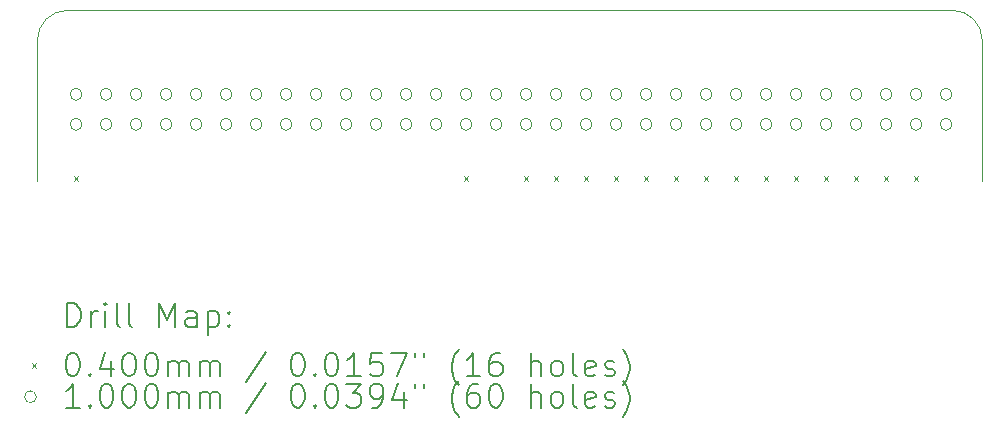
<source format=gbr>
%TF.GenerationSoftware,KiCad,Pcbnew,7.0.3*%
%TF.CreationDate,2023-05-28T21:57:23+08:00*%
%TF.ProjectId,CartdrigeProto,43617274-6472-4696-9765-50726f746f2e,rev?*%
%TF.SameCoordinates,Original*%
%TF.FileFunction,Drillmap*%
%TF.FilePolarity,Positive*%
%FSLAX45Y45*%
G04 Gerber Fmt 4.5, Leading zero omitted, Abs format (unit mm)*
G04 Created by KiCad (PCBNEW 7.0.3) date 2023-05-28 21:57:23*
%MOMM*%
%LPD*%
G01*
G04 APERTURE LIST*
%ADD10C,0.100000*%
%ADD11C,0.200000*%
%ADD12C,0.040000*%
G04 APERTURE END LIST*
D10*
X15163800Y-8661400D02*
X15165605Y-7467600D01*
X7418605Y-7213605D02*
G75*
G03*
X7164605Y-7467600I-5J-253995D01*
G01*
X14911605Y-7213600D02*
X7418605Y-7213600D01*
X15165610Y-7467600D02*
G75*
G03*
X14911605Y-7213600I-253990J10D01*
G01*
X7164605Y-7467600D02*
X7162800Y-8661400D01*
D11*
D12*
X7473000Y-8616000D02*
X7513000Y-8656000D01*
X7513000Y-8616000D02*
X7473000Y-8656000D01*
X10775000Y-8616000D02*
X10815000Y-8656000D01*
X10815000Y-8616000D02*
X10775000Y-8656000D01*
X11283000Y-8616000D02*
X11323000Y-8656000D01*
X11323000Y-8616000D02*
X11283000Y-8656000D01*
X11537000Y-8616000D02*
X11577000Y-8656000D01*
X11577000Y-8616000D02*
X11537000Y-8656000D01*
X11791000Y-8616000D02*
X11831000Y-8656000D01*
X11831000Y-8616000D02*
X11791000Y-8656000D01*
X12045000Y-8616000D02*
X12085000Y-8656000D01*
X12085000Y-8616000D02*
X12045000Y-8656000D01*
X12299000Y-8616000D02*
X12339000Y-8656000D01*
X12339000Y-8616000D02*
X12299000Y-8656000D01*
X12553000Y-8616000D02*
X12593000Y-8656000D01*
X12593000Y-8616000D02*
X12553000Y-8656000D01*
X12807000Y-8616000D02*
X12847000Y-8656000D01*
X12847000Y-8616000D02*
X12807000Y-8656000D01*
X13061000Y-8616000D02*
X13101000Y-8656000D01*
X13101000Y-8616000D02*
X13061000Y-8656000D01*
X13315000Y-8616000D02*
X13355000Y-8656000D01*
X13355000Y-8616000D02*
X13315000Y-8656000D01*
X13569000Y-8616000D02*
X13609000Y-8656000D01*
X13609000Y-8616000D02*
X13569000Y-8656000D01*
X13823000Y-8616000D02*
X13863000Y-8656000D01*
X13863000Y-8616000D02*
X13823000Y-8656000D01*
X14077000Y-8616000D02*
X14117000Y-8656000D01*
X14117000Y-8616000D02*
X14077000Y-8656000D01*
X14331000Y-8616000D02*
X14371000Y-8656000D01*
X14371000Y-8616000D02*
X14331000Y-8656000D01*
X14585000Y-8616000D02*
X14625000Y-8656000D01*
X14625000Y-8616000D02*
X14585000Y-8656000D01*
D10*
X7543000Y-7924800D02*
G75*
G03*
X7543000Y-7924800I-50000J0D01*
G01*
X7543000Y-8178800D02*
G75*
G03*
X7543000Y-8178800I-50000J0D01*
G01*
X7797000Y-7924800D02*
G75*
G03*
X7797000Y-7924800I-50000J0D01*
G01*
X7797000Y-8178800D02*
G75*
G03*
X7797000Y-8178800I-50000J0D01*
G01*
X8051000Y-7924800D02*
G75*
G03*
X8051000Y-7924800I-50000J0D01*
G01*
X8051000Y-8178800D02*
G75*
G03*
X8051000Y-8178800I-50000J0D01*
G01*
X8305000Y-7924800D02*
G75*
G03*
X8305000Y-7924800I-50000J0D01*
G01*
X8305000Y-8178800D02*
G75*
G03*
X8305000Y-8178800I-50000J0D01*
G01*
X8559000Y-7924800D02*
G75*
G03*
X8559000Y-7924800I-50000J0D01*
G01*
X8559000Y-8178800D02*
G75*
G03*
X8559000Y-8178800I-50000J0D01*
G01*
X8813000Y-7924800D02*
G75*
G03*
X8813000Y-7924800I-50000J0D01*
G01*
X8813000Y-8178800D02*
G75*
G03*
X8813000Y-8178800I-50000J0D01*
G01*
X9067000Y-7924800D02*
G75*
G03*
X9067000Y-7924800I-50000J0D01*
G01*
X9067000Y-8178800D02*
G75*
G03*
X9067000Y-8178800I-50000J0D01*
G01*
X9321000Y-7924800D02*
G75*
G03*
X9321000Y-7924800I-50000J0D01*
G01*
X9321000Y-8178800D02*
G75*
G03*
X9321000Y-8178800I-50000J0D01*
G01*
X9575000Y-7924800D02*
G75*
G03*
X9575000Y-7924800I-50000J0D01*
G01*
X9575000Y-8178800D02*
G75*
G03*
X9575000Y-8178800I-50000J0D01*
G01*
X9829000Y-7924800D02*
G75*
G03*
X9829000Y-7924800I-50000J0D01*
G01*
X9829000Y-8178800D02*
G75*
G03*
X9829000Y-8178800I-50000J0D01*
G01*
X10083000Y-7924800D02*
G75*
G03*
X10083000Y-7924800I-50000J0D01*
G01*
X10083000Y-8178800D02*
G75*
G03*
X10083000Y-8178800I-50000J0D01*
G01*
X10337000Y-7924800D02*
G75*
G03*
X10337000Y-7924800I-50000J0D01*
G01*
X10337000Y-8178800D02*
G75*
G03*
X10337000Y-8178800I-50000J0D01*
G01*
X10591000Y-7924800D02*
G75*
G03*
X10591000Y-7924800I-50000J0D01*
G01*
X10591000Y-8178800D02*
G75*
G03*
X10591000Y-8178800I-50000J0D01*
G01*
X10845000Y-7924800D02*
G75*
G03*
X10845000Y-7924800I-50000J0D01*
G01*
X10845000Y-8178800D02*
G75*
G03*
X10845000Y-8178800I-50000J0D01*
G01*
X11099000Y-7924800D02*
G75*
G03*
X11099000Y-7924800I-50000J0D01*
G01*
X11099000Y-8178800D02*
G75*
G03*
X11099000Y-8178800I-50000J0D01*
G01*
X11353000Y-7924800D02*
G75*
G03*
X11353000Y-7924800I-50000J0D01*
G01*
X11353000Y-8178800D02*
G75*
G03*
X11353000Y-8178800I-50000J0D01*
G01*
X11607000Y-7924800D02*
G75*
G03*
X11607000Y-7924800I-50000J0D01*
G01*
X11607000Y-8178800D02*
G75*
G03*
X11607000Y-8178800I-50000J0D01*
G01*
X11861000Y-7924800D02*
G75*
G03*
X11861000Y-7924800I-50000J0D01*
G01*
X11861000Y-8178800D02*
G75*
G03*
X11861000Y-8178800I-50000J0D01*
G01*
X12115000Y-7924800D02*
G75*
G03*
X12115000Y-7924800I-50000J0D01*
G01*
X12115000Y-8178800D02*
G75*
G03*
X12115000Y-8178800I-50000J0D01*
G01*
X12369000Y-7924800D02*
G75*
G03*
X12369000Y-7924800I-50000J0D01*
G01*
X12369000Y-8178800D02*
G75*
G03*
X12369000Y-8178800I-50000J0D01*
G01*
X12623000Y-7924800D02*
G75*
G03*
X12623000Y-7924800I-50000J0D01*
G01*
X12623000Y-8178800D02*
G75*
G03*
X12623000Y-8178800I-50000J0D01*
G01*
X12877000Y-7924800D02*
G75*
G03*
X12877000Y-7924800I-50000J0D01*
G01*
X12877000Y-8178800D02*
G75*
G03*
X12877000Y-8178800I-50000J0D01*
G01*
X13131000Y-7924800D02*
G75*
G03*
X13131000Y-7924800I-50000J0D01*
G01*
X13131000Y-8178800D02*
G75*
G03*
X13131000Y-8178800I-50000J0D01*
G01*
X13385000Y-7924800D02*
G75*
G03*
X13385000Y-7924800I-50000J0D01*
G01*
X13385000Y-8178800D02*
G75*
G03*
X13385000Y-8178800I-50000J0D01*
G01*
X13639000Y-7924800D02*
G75*
G03*
X13639000Y-7924800I-50000J0D01*
G01*
X13639000Y-8178800D02*
G75*
G03*
X13639000Y-8178800I-50000J0D01*
G01*
X13893000Y-7924800D02*
G75*
G03*
X13893000Y-7924800I-50000J0D01*
G01*
X13893000Y-8178800D02*
G75*
G03*
X13893000Y-8178800I-50000J0D01*
G01*
X14147000Y-7924800D02*
G75*
G03*
X14147000Y-7924800I-50000J0D01*
G01*
X14147000Y-8178800D02*
G75*
G03*
X14147000Y-8178800I-50000J0D01*
G01*
X14401000Y-7924800D02*
G75*
G03*
X14401000Y-7924800I-50000J0D01*
G01*
X14401000Y-8178800D02*
G75*
G03*
X14401000Y-8178800I-50000J0D01*
G01*
X14655000Y-7924800D02*
G75*
G03*
X14655000Y-7924800I-50000J0D01*
G01*
X14655000Y-8178800D02*
G75*
G03*
X14655000Y-8178800I-50000J0D01*
G01*
X14909000Y-7924800D02*
G75*
G03*
X14909000Y-7924800I-50000J0D01*
G01*
X14909000Y-8178800D02*
G75*
G03*
X14909000Y-8178800I-50000J0D01*
G01*
D11*
X7417577Y-9893284D02*
X7417577Y-9693284D01*
X7417577Y-9693284D02*
X7465196Y-9693284D01*
X7465196Y-9693284D02*
X7493767Y-9702808D01*
X7493767Y-9702808D02*
X7512815Y-9721855D01*
X7512815Y-9721855D02*
X7522339Y-9740903D01*
X7522339Y-9740903D02*
X7531862Y-9778998D01*
X7531862Y-9778998D02*
X7531862Y-9807570D01*
X7531862Y-9807570D02*
X7522339Y-9845665D01*
X7522339Y-9845665D02*
X7512815Y-9864712D01*
X7512815Y-9864712D02*
X7493767Y-9883760D01*
X7493767Y-9883760D02*
X7465196Y-9893284D01*
X7465196Y-9893284D02*
X7417577Y-9893284D01*
X7617577Y-9893284D02*
X7617577Y-9759950D01*
X7617577Y-9798046D02*
X7627101Y-9778998D01*
X7627101Y-9778998D02*
X7636624Y-9769474D01*
X7636624Y-9769474D02*
X7655672Y-9759950D01*
X7655672Y-9759950D02*
X7674720Y-9759950D01*
X7741386Y-9893284D02*
X7741386Y-9759950D01*
X7741386Y-9693284D02*
X7731862Y-9702808D01*
X7731862Y-9702808D02*
X7741386Y-9712331D01*
X7741386Y-9712331D02*
X7750910Y-9702808D01*
X7750910Y-9702808D02*
X7741386Y-9693284D01*
X7741386Y-9693284D02*
X7741386Y-9712331D01*
X7865196Y-9893284D02*
X7846148Y-9883760D01*
X7846148Y-9883760D02*
X7836624Y-9864712D01*
X7836624Y-9864712D02*
X7836624Y-9693284D01*
X7969958Y-9893284D02*
X7950910Y-9883760D01*
X7950910Y-9883760D02*
X7941386Y-9864712D01*
X7941386Y-9864712D02*
X7941386Y-9693284D01*
X8198529Y-9893284D02*
X8198529Y-9693284D01*
X8198529Y-9693284D02*
X8265196Y-9836141D01*
X8265196Y-9836141D02*
X8331862Y-9693284D01*
X8331862Y-9693284D02*
X8331862Y-9893284D01*
X8512815Y-9893284D02*
X8512815Y-9788522D01*
X8512815Y-9788522D02*
X8503291Y-9769474D01*
X8503291Y-9769474D02*
X8484244Y-9759950D01*
X8484244Y-9759950D02*
X8446148Y-9759950D01*
X8446148Y-9759950D02*
X8427101Y-9769474D01*
X8512815Y-9883760D02*
X8493767Y-9893284D01*
X8493767Y-9893284D02*
X8446148Y-9893284D01*
X8446148Y-9893284D02*
X8427101Y-9883760D01*
X8427101Y-9883760D02*
X8417577Y-9864712D01*
X8417577Y-9864712D02*
X8417577Y-9845665D01*
X8417577Y-9845665D02*
X8427101Y-9826617D01*
X8427101Y-9826617D02*
X8446148Y-9817093D01*
X8446148Y-9817093D02*
X8493767Y-9817093D01*
X8493767Y-9817093D02*
X8512815Y-9807570D01*
X8608053Y-9759950D02*
X8608053Y-9959950D01*
X8608053Y-9769474D02*
X8627101Y-9759950D01*
X8627101Y-9759950D02*
X8665196Y-9759950D01*
X8665196Y-9759950D02*
X8684244Y-9769474D01*
X8684244Y-9769474D02*
X8693767Y-9778998D01*
X8693767Y-9778998D02*
X8703291Y-9798046D01*
X8703291Y-9798046D02*
X8703291Y-9855189D01*
X8703291Y-9855189D02*
X8693767Y-9874236D01*
X8693767Y-9874236D02*
X8684244Y-9883760D01*
X8684244Y-9883760D02*
X8665196Y-9893284D01*
X8665196Y-9893284D02*
X8627101Y-9893284D01*
X8627101Y-9893284D02*
X8608053Y-9883760D01*
X8789005Y-9874236D02*
X8798529Y-9883760D01*
X8798529Y-9883760D02*
X8789005Y-9893284D01*
X8789005Y-9893284D02*
X8779482Y-9883760D01*
X8779482Y-9883760D02*
X8789005Y-9874236D01*
X8789005Y-9874236D02*
X8789005Y-9893284D01*
X8789005Y-9769474D02*
X8798529Y-9778998D01*
X8798529Y-9778998D02*
X8789005Y-9788522D01*
X8789005Y-9788522D02*
X8779482Y-9778998D01*
X8779482Y-9778998D02*
X8789005Y-9769474D01*
X8789005Y-9769474D02*
X8789005Y-9788522D01*
D12*
X7116800Y-10201800D02*
X7156800Y-10241800D01*
X7156800Y-10201800D02*
X7116800Y-10241800D01*
D11*
X7455672Y-10113284D02*
X7474720Y-10113284D01*
X7474720Y-10113284D02*
X7493767Y-10122808D01*
X7493767Y-10122808D02*
X7503291Y-10132331D01*
X7503291Y-10132331D02*
X7512815Y-10151379D01*
X7512815Y-10151379D02*
X7522339Y-10189474D01*
X7522339Y-10189474D02*
X7522339Y-10237093D01*
X7522339Y-10237093D02*
X7512815Y-10275189D01*
X7512815Y-10275189D02*
X7503291Y-10294236D01*
X7503291Y-10294236D02*
X7493767Y-10303760D01*
X7493767Y-10303760D02*
X7474720Y-10313284D01*
X7474720Y-10313284D02*
X7455672Y-10313284D01*
X7455672Y-10313284D02*
X7436624Y-10303760D01*
X7436624Y-10303760D02*
X7427101Y-10294236D01*
X7427101Y-10294236D02*
X7417577Y-10275189D01*
X7417577Y-10275189D02*
X7408053Y-10237093D01*
X7408053Y-10237093D02*
X7408053Y-10189474D01*
X7408053Y-10189474D02*
X7417577Y-10151379D01*
X7417577Y-10151379D02*
X7427101Y-10132331D01*
X7427101Y-10132331D02*
X7436624Y-10122808D01*
X7436624Y-10122808D02*
X7455672Y-10113284D01*
X7608053Y-10294236D02*
X7617577Y-10303760D01*
X7617577Y-10303760D02*
X7608053Y-10313284D01*
X7608053Y-10313284D02*
X7598529Y-10303760D01*
X7598529Y-10303760D02*
X7608053Y-10294236D01*
X7608053Y-10294236D02*
X7608053Y-10313284D01*
X7789005Y-10179950D02*
X7789005Y-10313284D01*
X7741386Y-10103760D02*
X7693767Y-10246617D01*
X7693767Y-10246617D02*
X7817577Y-10246617D01*
X7931862Y-10113284D02*
X7950910Y-10113284D01*
X7950910Y-10113284D02*
X7969958Y-10122808D01*
X7969958Y-10122808D02*
X7979482Y-10132331D01*
X7979482Y-10132331D02*
X7989005Y-10151379D01*
X7989005Y-10151379D02*
X7998529Y-10189474D01*
X7998529Y-10189474D02*
X7998529Y-10237093D01*
X7998529Y-10237093D02*
X7989005Y-10275189D01*
X7989005Y-10275189D02*
X7979482Y-10294236D01*
X7979482Y-10294236D02*
X7969958Y-10303760D01*
X7969958Y-10303760D02*
X7950910Y-10313284D01*
X7950910Y-10313284D02*
X7931862Y-10313284D01*
X7931862Y-10313284D02*
X7912815Y-10303760D01*
X7912815Y-10303760D02*
X7903291Y-10294236D01*
X7903291Y-10294236D02*
X7893767Y-10275189D01*
X7893767Y-10275189D02*
X7884243Y-10237093D01*
X7884243Y-10237093D02*
X7884243Y-10189474D01*
X7884243Y-10189474D02*
X7893767Y-10151379D01*
X7893767Y-10151379D02*
X7903291Y-10132331D01*
X7903291Y-10132331D02*
X7912815Y-10122808D01*
X7912815Y-10122808D02*
X7931862Y-10113284D01*
X8122339Y-10113284D02*
X8141386Y-10113284D01*
X8141386Y-10113284D02*
X8160434Y-10122808D01*
X8160434Y-10122808D02*
X8169958Y-10132331D01*
X8169958Y-10132331D02*
X8179482Y-10151379D01*
X8179482Y-10151379D02*
X8189005Y-10189474D01*
X8189005Y-10189474D02*
X8189005Y-10237093D01*
X8189005Y-10237093D02*
X8179482Y-10275189D01*
X8179482Y-10275189D02*
X8169958Y-10294236D01*
X8169958Y-10294236D02*
X8160434Y-10303760D01*
X8160434Y-10303760D02*
X8141386Y-10313284D01*
X8141386Y-10313284D02*
X8122339Y-10313284D01*
X8122339Y-10313284D02*
X8103291Y-10303760D01*
X8103291Y-10303760D02*
X8093767Y-10294236D01*
X8093767Y-10294236D02*
X8084243Y-10275189D01*
X8084243Y-10275189D02*
X8074720Y-10237093D01*
X8074720Y-10237093D02*
X8074720Y-10189474D01*
X8074720Y-10189474D02*
X8084243Y-10151379D01*
X8084243Y-10151379D02*
X8093767Y-10132331D01*
X8093767Y-10132331D02*
X8103291Y-10122808D01*
X8103291Y-10122808D02*
X8122339Y-10113284D01*
X8274720Y-10313284D02*
X8274720Y-10179950D01*
X8274720Y-10198998D02*
X8284243Y-10189474D01*
X8284243Y-10189474D02*
X8303291Y-10179950D01*
X8303291Y-10179950D02*
X8331863Y-10179950D01*
X8331863Y-10179950D02*
X8350910Y-10189474D01*
X8350910Y-10189474D02*
X8360434Y-10208522D01*
X8360434Y-10208522D02*
X8360434Y-10313284D01*
X8360434Y-10208522D02*
X8369958Y-10189474D01*
X8369958Y-10189474D02*
X8389005Y-10179950D01*
X8389005Y-10179950D02*
X8417577Y-10179950D01*
X8417577Y-10179950D02*
X8436625Y-10189474D01*
X8436625Y-10189474D02*
X8446148Y-10208522D01*
X8446148Y-10208522D02*
X8446148Y-10313284D01*
X8541386Y-10313284D02*
X8541386Y-10179950D01*
X8541386Y-10198998D02*
X8550910Y-10189474D01*
X8550910Y-10189474D02*
X8569958Y-10179950D01*
X8569958Y-10179950D02*
X8598529Y-10179950D01*
X8598529Y-10179950D02*
X8617577Y-10189474D01*
X8617577Y-10189474D02*
X8627101Y-10208522D01*
X8627101Y-10208522D02*
X8627101Y-10313284D01*
X8627101Y-10208522D02*
X8636625Y-10189474D01*
X8636625Y-10189474D02*
X8655672Y-10179950D01*
X8655672Y-10179950D02*
X8684244Y-10179950D01*
X8684244Y-10179950D02*
X8703291Y-10189474D01*
X8703291Y-10189474D02*
X8712815Y-10208522D01*
X8712815Y-10208522D02*
X8712815Y-10313284D01*
X9103291Y-10103760D02*
X8931863Y-10360903D01*
X9360434Y-10113284D02*
X9379482Y-10113284D01*
X9379482Y-10113284D02*
X9398529Y-10122808D01*
X9398529Y-10122808D02*
X9408053Y-10132331D01*
X9408053Y-10132331D02*
X9417577Y-10151379D01*
X9417577Y-10151379D02*
X9427101Y-10189474D01*
X9427101Y-10189474D02*
X9427101Y-10237093D01*
X9427101Y-10237093D02*
X9417577Y-10275189D01*
X9417577Y-10275189D02*
X9408053Y-10294236D01*
X9408053Y-10294236D02*
X9398529Y-10303760D01*
X9398529Y-10303760D02*
X9379482Y-10313284D01*
X9379482Y-10313284D02*
X9360434Y-10313284D01*
X9360434Y-10313284D02*
X9341387Y-10303760D01*
X9341387Y-10303760D02*
X9331863Y-10294236D01*
X9331863Y-10294236D02*
X9322339Y-10275189D01*
X9322339Y-10275189D02*
X9312815Y-10237093D01*
X9312815Y-10237093D02*
X9312815Y-10189474D01*
X9312815Y-10189474D02*
X9322339Y-10151379D01*
X9322339Y-10151379D02*
X9331863Y-10132331D01*
X9331863Y-10132331D02*
X9341387Y-10122808D01*
X9341387Y-10122808D02*
X9360434Y-10113284D01*
X9512815Y-10294236D02*
X9522339Y-10303760D01*
X9522339Y-10303760D02*
X9512815Y-10313284D01*
X9512815Y-10313284D02*
X9503291Y-10303760D01*
X9503291Y-10303760D02*
X9512815Y-10294236D01*
X9512815Y-10294236D02*
X9512815Y-10313284D01*
X9646148Y-10113284D02*
X9665196Y-10113284D01*
X9665196Y-10113284D02*
X9684244Y-10122808D01*
X9684244Y-10122808D02*
X9693768Y-10132331D01*
X9693768Y-10132331D02*
X9703291Y-10151379D01*
X9703291Y-10151379D02*
X9712815Y-10189474D01*
X9712815Y-10189474D02*
X9712815Y-10237093D01*
X9712815Y-10237093D02*
X9703291Y-10275189D01*
X9703291Y-10275189D02*
X9693768Y-10294236D01*
X9693768Y-10294236D02*
X9684244Y-10303760D01*
X9684244Y-10303760D02*
X9665196Y-10313284D01*
X9665196Y-10313284D02*
X9646148Y-10313284D01*
X9646148Y-10313284D02*
X9627101Y-10303760D01*
X9627101Y-10303760D02*
X9617577Y-10294236D01*
X9617577Y-10294236D02*
X9608053Y-10275189D01*
X9608053Y-10275189D02*
X9598529Y-10237093D01*
X9598529Y-10237093D02*
X9598529Y-10189474D01*
X9598529Y-10189474D02*
X9608053Y-10151379D01*
X9608053Y-10151379D02*
X9617577Y-10132331D01*
X9617577Y-10132331D02*
X9627101Y-10122808D01*
X9627101Y-10122808D02*
X9646148Y-10113284D01*
X9903291Y-10313284D02*
X9789006Y-10313284D01*
X9846148Y-10313284D02*
X9846148Y-10113284D01*
X9846148Y-10113284D02*
X9827101Y-10141855D01*
X9827101Y-10141855D02*
X9808053Y-10160903D01*
X9808053Y-10160903D02*
X9789006Y-10170427D01*
X10084244Y-10113284D02*
X9989006Y-10113284D01*
X9989006Y-10113284D02*
X9979482Y-10208522D01*
X9979482Y-10208522D02*
X9989006Y-10198998D01*
X9989006Y-10198998D02*
X10008053Y-10189474D01*
X10008053Y-10189474D02*
X10055672Y-10189474D01*
X10055672Y-10189474D02*
X10074720Y-10198998D01*
X10074720Y-10198998D02*
X10084244Y-10208522D01*
X10084244Y-10208522D02*
X10093768Y-10227570D01*
X10093768Y-10227570D02*
X10093768Y-10275189D01*
X10093768Y-10275189D02*
X10084244Y-10294236D01*
X10084244Y-10294236D02*
X10074720Y-10303760D01*
X10074720Y-10303760D02*
X10055672Y-10313284D01*
X10055672Y-10313284D02*
X10008053Y-10313284D01*
X10008053Y-10313284D02*
X9989006Y-10303760D01*
X9989006Y-10303760D02*
X9979482Y-10294236D01*
X10160434Y-10113284D02*
X10293768Y-10113284D01*
X10293768Y-10113284D02*
X10208053Y-10313284D01*
X10360434Y-10113284D02*
X10360434Y-10151379D01*
X10436625Y-10113284D02*
X10436625Y-10151379D01*
X10731863Y-10389474D02*
X10722339Y-10379950D01*
X10722339Y-10379950D02*
X10703291Y-10351379D01*
X10703291Y-10351379D02*
X10693768Y-10332331D01*
X10693768Y-10332331D02*
X10684244Y-10303760D01*
X10684244Y-10303760D02*
X10674720Y-10256141D01*
X10674720Y-10256141D02*
X10674720Y-10218046D01*
X10674720Y-10218046D02*
X10684244Y-10170427D01*
X10684244Y-10170427D02*
X10693768Y-10141855D01*
X10693768Y-10141855D02*
X10703291Y-10122808D01*
X10703291Y-10122808D02*
X10722339Y-10094236D01*
X10722339Y-10094236D02*
X10731863Y-10084712D01*
X10912815Y-10313284D02*
X10798530Y-10313284D01*
X10855672Y-10313284D02*
X10855672Y-10113284D01*
X10855672Y-10113284D02*
X10836625Y-10141855D01*
X10836625Y-10141855D02*
X10817577Y-10160903D01*
X10817577Y-10160903D02*
X10798530Y-10170427D01*
X11084244Y-10113284D02*
X11046149Y-10113284D01*
X11046149Y-10113284D02*
X11027101Y-10122808D01*
X11027101Y-10122808D02*
X11017577Y-10132331D01*
X11017577Y-10132331D02*
X10998530Y-10160903D01*
X10998530Y-10160903D02*
X10989006Y-10198998D01*
X10989006Y-10198998D02*
X10989006Y-10275189D01*
X10989006Y-10275189D02*
X10998530Y-10294236D01*
X10998530Y-10294236D02*
X11008053Y-10303760D01*
X11008053Y-10303760D02*
X11027101Y-10313284D01*
X11027101Y-10313284D02*
X11065196Y-10313284D01*
X11065196Y-10313284D02*
X11084244Y-10303760D01*
X11084244Y-10303760D02*
X11093768Y-10294236D01*
X11093768Y-10294236D02*
X11103291Y-10275189D01*
X11103291Y-10275189D02*
X11103291Y-10227570D01*
X11103291Y-10227570D02*
X11093768Y-10208522D01*
X11093768Y-10208522D02*
X11084244Y-10198998D01*
X11084244Y-10198998D02*
X11065196Y-10189474D01*
X11065196Y-10189474D02*
X11027101Y-10189474D01*
X11027101Y-10189474D02*
X11008053Y-10198998D01*
X11008053Y-10198998D02*
X10998530Y-10208522D01*
X10998530Y-10208522D02*
X10989006Y-10227570D01*
X11341387Y-10313284D02*
X11341387Y-10113284D01*
X11427101Y-10313284D02*
X11427101Y-10208522D01*
X11427101Y-10208522D02*
X11417577Y-10189474D01*
X11417577Y-10189474D02*
X11398530Y-10179950D01*
X11398530Y-10179950D02*
X11369958Y-10179950D01*
X11369958Y-10179950D02*
X11350910Y-10189474D01*
X11350910Y-10189474D02*
X11341387Y-10198998D01*
X11550910Y-10313284D02*
X11531863Y-10303760D01*
X11531863Y-10303760D02*
X11522339Y-10294236D01*
X11522339Y-10294236D02*
X11512815Y-10275189D01*
X11512815Y-10275189D02*
X11512815Y-10218046D01*
X11512815Y-10218046D02*
X11522339Y-10198998D01*
X11522339Y-10198998D02*
X11531863Y-10189474D01*
X11531863Y-10189474D02*
X11550910Y-10179950D01*
X11550910Y-10179950D02*
X11579482Y-10179950D01*
X11579482Y-10179950D02*
X11598530Y-10189474D01*
X11598530Y-10189474D02*
X11608053Y-10198998D01*
X11608053Y-10198998D02*
X11617577Y-10218046D01*
X11617577Y-10218046D02*
X11617577Y-10275189D01*
X11617577Y-10275189D02*
X11608053Y-10294236D01*
X11608053Y-10294236D02*
X11598530Y-10303760D01*
X11598530Y-10303760D02*
X11579482Y-10313284D01*
X11579482Y-10313284D02*
X11550910Y-10313284D01*
X11731863Y-10313284D02*
X11712815Y-10303760D01*
X11712815Y-10303760D02*
X11703291Y-10284712D01*
X11703291Y-10284712D02*
X11703291Y-10113284D01*
X11884244Y-10303760D02*
X11865196Y-10313284D01*
X11865196Y-10313284D02*
X11827101Y-10313284D01*
X11827101Y-10313284D02*
X11808053Y-10303760D01*
X11808053Y-10303760D02*
X11798530Y-10284712D01*
X11798530Y-10284712D02*
X11798530Y-10208522D01*
X11798530Y-10208522D02*
X11808053Y-10189474D01*
X11808053Y-10189474D02*
X11827101Y-10179950D01*
X11827101Y-10179950D02*
X11865196Y-10179950D01*
X11865196Y-10179950D02*
X11884244Y-10189474D01*
X11884244Y-10189474D02*
X11893768Y-10208522D01*
X11893768Y-10208522D02*
X11893768Y-10227570D01*
X11893768Y-10227570D02*
X11798530Y-10246617D01*
X11969958Y-10303760D02*
X11989006Y-10313284D01*
X11989006Y-10313284D02*
X12027101Y-10313284D01*
X12027101Y-10313284D02*
X12046149Y-10303760D01*
X12046149Y-10303760D02*
X12055672Y-10284712D01*
X12055672Y-10284712D02*
X12055672Y-10275189D01*
X12055672Y-10275189D02*
X12046149Y-10256141D01*
X12046149Y-10256141D02*
X12027101Y-10246617D01*
X12027101Y-10246617D02*
X11998530Y-10246617D01*
X11998530Y-10246617D02*
X11979482Y-10237093D01*
X11979482Y-10237093D02*
X11969958Y-10218046D01*
X11969958Y-10218046D02*
X11969958Y-10208522D01*
X11969958Y-10208522D02*
X11979482Y-10189474D01*
X11979482Y-10189474D02*
X11998530Y-10179950D01*
X11998530Y-10179950D02*
X12027101Y-10179950D01*
X12027101Y-10179950D02*
X12046149Y-10189474D01*
X12122339Y-10389474D02*
X12131863Y-10379950D01*
X12131863Y-10379950D02*
X12150911Y-10351379D01*
X12150911Y-10351379D02*
X12160434Y-10332331D01*
X12160434Y-10332331D02*
X12169958Y-10303760D01*
X12169958Y-10303760D02*
X12179482Y-10256141D01*
X12179482Y-10256141D02*
X12179482Y-10218046D01*
X12179482Y-10218046D02*
X12169958Y-10170427D01*
X12169958Y-10170427D02*
X12160434Y-10141855D01*
X12160434Y-10141855D02*
X12150911Y-10122808D01*
X12150911Y-10122808D02*
X12131863Y-10094236D01*
X12131863Y-10094236D02*
X12122339Y-10084712D01*
D10*
X7156800Y-10485800D02*
G75*
G03*
X7156800Y-10485800I-50000J0D01*
G01*
D11*
X7522339Y-10577284D02*
X7408053Y-10577284D01*
X7465196Y-10577284D02*
X7465196Y-10377284D01*
X7465196Y-10377284D02*
X7446148Y-10405855D01*
X7446148Y-10405855D02*
X7427101Y-10424903D01*
X7427101Y-10424903D02*
X7408053Y-10434427D01*
X7608053Y-10558236D02*
X7617577Y-10567760D01*
X7617577Y-10567760D02*
X7608053Y-10577284D01*
X7608053Y-10577284D02*
X7598529Y-10567760D01*
X7598529Y-10567760D02*
X7608053Y-10558236D01*
X7608053Y-10558236D02*
X7608053Y-10577284D01*
X7741386Y-10377284D02*
X7760434Y-10377284D01*
X7760434Y-10377284D02*
X7779482Y-10386808D01*
X7779482Y-10386808D02*
X7789005Y-10396331D01*
X7789005Y-10396331D02*
X7798529Y-10415379D01*
X7798529Y-10415379D02*
X7808053Y-10453474D01*
X7808053Y-10453474D02*
X7808053Y-10501093D01*
X7808053Y-10501093D02*
X7798529Y-10539189D01*
X7798529Y-10539189D02*
X7789005Y-10558236D01*
X7789005Y-10558236D02*
X7779482Y-10567760D01*
X7779482Y-10567760D02*
X7760434Y-10577284D01*
X7760434Y-10577284D02*
X7741386Y-10577284D01*
X7741386Y-10577284D02*
X7722339Y-10567760D01*
X7722339Y-10567760D02*
X7712815Y-10558236D01*
X7712815Y-10558236D02*
X7703291Y-10539189D01*
X7703291Y-10539189D02*
X7693767Y-10501093D01*
X7693767Y-10501093D02*
X7693767Y-10453474D01*
X7693767Y-10453474D02*
X7703291Y-10415379D01*
X7703291Y-10415379D02*
X7712815Y-10396331D01*
X7712815Y-10396331D02*
X7722339Y-10386808D01*
X7722339Y-10386808D02*
X7741386Y-10377284D01*
X7931862Y-10377284D02*
X7950910Y-10377284D01*
X7950910Y-10377284D02*
X7969958Y-10386808D01*
X7969958Y-10386808D02*
X7979482Y-10396331D01*
X7979482Y-10396331D02*
X7989005Y-10415379D01*
X7989005Y-10415379D02*
X7998529Y-10453474D01*
X7998529Y-10453474D02*
X7998529Y-10501093D01*
X7998529Y-10501093D02*
X7989005Y-10539189D01*
X7989005Y-10539189D02*
X7979482Y-10558236D01*
X7979482Y-10558236D02*
X7969958Y-10567760D01*
X7969958Y-10567760D02*
X7950910Y-10577284D01*
X7950910Y-10577284D02*
X7931862Y-10577284D01*
X7931862Y-10577284D02*
X7912815Y-10567760D01*
X7912815Y-10567760D02*
X7903291Y-10558236D01*
X7903291Y-10558236D02*
X7893767Y-10539189D01*
X7893767Y-10539189D02*
X7884243Y-10501093D01*
X7884243Y-10501093D02*
X7884243Y-10453474D01*
X7884243Y-10453474D02*
X7893767Y-10415379D01*
X7893767Y-10415379D02*
X7903291Y-10396331D01*
X7903291Y-10396331D02*
X7912815Y-10386808D01*
X7912815Y-10386808D02*
X7931862Y-10377284D01*
X8122339Y-10377284D02*
X8141386Y-10377284D01*
X8141386Y-10377284D02*
X8160434Y-10386808D01*
X8160434Y-10386808D02*
X8169958Y-10396331D01*
X8169958Y-10396331D02*
X8179482Y-10415379D01*
X8179482Y-10415379D02*
X8189005Y-10453474D01*
X8189005Y-10453474D02*
X8189005Y-10501093D01*
X8189005Y-10501093D02*
X8179482Y-10539189D01*
X8179482Y-10539189D02*
X8169958Y-10558236D01*
X8169958Y-10558236D02*
X8160434Y-10567760D01*
X8160434Y-10567760D02*
X8141386Y-10577284D01*
X8141386Y-10577284D02*
X8122339Y-10577284D01*
X8122339Y-10577284D02*
X8103291Y-10567760D01*
X8103291Y-10567760D02*
X8093767Y-10558236D01*
X8093767Y-10558236D02*
X8084243Y-10539189D01*
X8084243Y-10539189D02*
X8074720Y-10501093D01*
X8074720Y-10501093D02*
X8074720Y-10453474D01*
X8074720Y-10453474D02*
X8084243Y-10415379D01*
X8084243Y-10415379D02*
X8093767Y-10396331D01*
X8093767Y-10396331D02*
X8103291Y-10386808D01*
X8103291Y-10386808D02*
X8122339Y-10377284D01*
X8274720Y-10577284D02*
X8274720Y-10443950D01*
X8274720Y-10462998D02*
X8284243Y-10453474D01*
X8284243Y-10453474D02*
X8303291Y-10443950D01*
X8303291Y-10443950D02*
X8331863Y-10443950D01*
X8331863Y-10443950D02*
X8350910Y-10453474D01*
X8350910Y-10453474D02*
X8360434Y-10472522D01*
X8360434Y-10472522D02*
X8360434Y-10577284D01*
X8360434Y-10472522D02*
X8369958Y-10453474D01*
X8369958Y-10453474D02*
X8389005Y-10443950D01*
X8389005Y-10443950D02*
X8417577Y-10443950D01*
X8417577Y-10443950D02*
X8436625Y-10453474D01*
X8436625Y-10453474D02*
X8446148Y-10472522D01*
X8446148Y-10472522D02*
X8446148Y-10577284D01*
X8541386Y-10577284D02*
X8541386Y-10443950D01*
X8541386Y-10462998D02*
X8550910Y-10453474D01*
X8550910Y-10453474D02*
X8569958Y-10443950D01*
X8569958Y-10443950D02*
X8598529Y-10443950D01*
X8598529Y-10443950D02*
X8617577Y-10453474D01*
X8617577Y-10453474D02*
X8627101Y-10472522D01*
X8627101Y-10472522D02*
X8627101Y-10577284D01*
X8627101Y-10472522D02*
X8636625Y-10453474D01*
X8636625Y-10453474D02*
X8655672Y-10443950D01*
X8655672Y-10443950D02*
X8684244Y-10443950D01*
X8684244Y-10443950D02*
X8703291Y-10453474D01*
X8703291Y-10453474D02*
X8712815Y-10472522D01*
X8712815Y-10472522D02*
X8712815Y-10577284D01*
X9103291Y-10367760D02*
X8931863Y-10624903D01*
X9360434Y-10377284D02*
X9379482Y-10377284D01*
X9379482Y-10377284D02*
X9398529Y-10386808D01*
X9398529Y-10386808D02*
X9408053Y-10396331D01*
X9408053Y-10396331D02*
X9417577Y-10415379D01*
X9417577Y-10415379D02*
X9427101Y-10453474D01*
X9427101Y-10453474D02*
X9427101Y-10501093D01*
X9427101Y-10501093D02*
X9417577Y-10539189D01*
X9417577Y-10539189D02*
X9408053Y-10558236D01*
X9408053Y-10558236D02*
X9398529Y-10567760D01*
X9398529Y-10567760D02*
X9379482Y-10577284D01*
X9379482Y-10577284D02*
X9360434Y-10577284D01*
X9360434Y-10577284D02*
X9341387Y-10567760D01*
X9341387Y-10567760D02*
X9331863Y-10558236D01*
X9331863Y-10558236D02*
X9322339Y-10539189D01*
X9322339Y-10539189D02*
X9312815Y-10501093D01*
X9312815Y-10501093D02*
X9312815Y-10453474D01*
X9312815Y-10453474D02*
X9322339Y-10415379D01*
X9322339Y-10415379D02*
X9331863Y-10396331D01*
X9331863Y-10396331D02*
X9341387Y-10386808D01*
X9341387Y-10386808D02*
X9360434Y-10377284D01*
X9512815Y-10558236D02*
X9522339Y-10567760D01*
X9522339Y-10567760D02*
X9512815Y-10577284D01*
X9512815Y-10577284D02*
X9503291Y-10567760D01*
X9503291Y-10567760D02*
X9512815Y-10558236D01*
X9512815Y-10558236D02*
X9512815Y-10577284D01*
X9646148Y-10377284D02*
X9665196Y-10377284D01*
X9665196Y-10377284D02*
X9684244Y-10386808D01*
X9684244Y-10386808D02*
X9693768Y-10396331D01*
X9693768Y-10396331D02*
X9703291Y-10415379D01*
X9703291Y-10415379D02*
X9712815Y-10453474D01*
X9712815Y-10453474D02*
X9712815Y-10501093D01*
X9712815Y-10501093D02*
X9703291Y-10539189D01*
X9703291Y-10539189D02*
X9693768Y-10558236D01*
X9693768Y-10558236D02*
X9684244Y-10567760D01*
X9684244Y-10567760D02*
X9665196Y-10577284D01*
X9665196Y-10577284D02*
X9646148Y-10577284D01*
X9646148Y-10577284D02*
X9627101Y-10567760D01*
X9627101Y-10567760D02*
X9617577Y-10558236D01*
X9617577Y-10558236D02*
X9608053Y-10539189D01*
X9608053Y-10539189D02*
X9598529Y-10501093D01*
X9598529Y-10501093D02*
X9598529Y-10453474D01*
X9598529Y-10453474D02*
X9608053Y-10415379D01*
X9608053Y-10415379D02*
X9617577Y-10396331D01*
X9617577Y-10396331D02*
X9627101Y-10386808D01*
X9627101Y-10386808D02*
X9646148Y-10377284D01*
X9779482Y-10377284D02*
X9903291Y-10377284D01*
X9903291Y-10377284D02*
X9836625Y-10453474D01*
X9836625Y-10453474D02*
X9865196Y-10453474D01*
X9865196Y-10453474D02*
X9884244Y-10462998D01*
X9884244Y-10462998D02*
X9893768Y-10472522D01*
X9893768Y-10472522D02*
X9903291Y-10491570D01*
X9903291Y-10491570D02*
X9903291Y-10539189D01*
X9903291Y-10539189D02*
X9893768Y-10558236D01*
X9893768Y-10558236D02*
X9884244Y-10567760D01*
X9884244Y-10567760D02*
X9865196Y-10577284D01*
X9865196Y-10577284D02*
X9808053Y-10577284D01*
X9808053Y-10577284D02*
X9789006Y-10567760D01*
X9789006Y-10567760D02*
X9779482Y-10558236D01*
X9998529Y-10577284D02*
X10036625Y-10577284D01*
X10036625Y-10577284D02*
X10055672Y-10567760D01*
X10055672Y-10567760D02*
X10065196Y-10558236D01*
X10065196Y-10558236D02*
X10084244Y-10529665D01*
X10084244Y-10529665D02*
X10093768Y-10491570D01*
X10093768Y-10491570D02*
X10093768Y-10415379D01*
X10093768Y-10415379D02*
X10084244Y-10396331D01*
X10084244Y-10396331D02*
X10074720Y-10386808D01*
X10074720Y-10386808D02*
X10055672Y-10377284D01*
X10055672Y-10377284D02*
X10017577Y-10377284D01*
X10017577Y-10377284D02*
X9998529Y-10386808D01*
X9998529Y-10386808D02*
X9989006Y-10396331D01*
X9989006Y-10396331D02*
X9979482Y-10415379D01*
X9979482Y-10415379D02*
X9979482Y-10462998D01*
X9979482Y-10462998D02*
X9989006Y-10482046D01*
X9989006Y-10482046D02*
X9998529Y-10491570D01*
X9998529Y-10491570D02*
X10017577Y-10501093D01*
X10017577Y-10501093D02*
X10055672Y-10501093D01*
X10055672Y-10501093D02*
X10074720Y-10491570D01*
X10074720Y-10491570D02*
X10084244Y-10482046D01*
X10084244Y-10482046D02*
X10093768Y-10462998D01*
X10265196Y-10443950D02*
X10265196Y-10577284D01*
X10217577Y-10367760D02*
X10169958Y-10510617D01*
X10169958Y-10510617D02*
X10293768Y-10510617D01*
X10360434Y-10377284D02*
X10360434Y-10415379D01*
X10436625Y-10377284D02*
X10436625Y-10415379D01*
X10731863Y-10653474D02*
X10722339Y-10643950D01*
X10722339Y-10643950D02*
X10703291Y-10615379D01*
X10703291Y-10615379D02*
X10693768Y-10596331D01*
X10693768Y-10596331D02*
X10684244Y-10567760D01*
X10684244Y-10567760D02*
X10674720Y-10520141D01*
X10674720Y-10520141D02*
X10674720Y-10482046D01*
X10674720Y-10482046D02*
X10684244Y-10434427D01*
X10684244Y-10434427D02*
X10693768Y-10405855D01*
X10693768Y-10405855D02*
X10703291Y-10386808D01*
X10703291Y-10386808D02*
X10722339Y-10358236D01*
X10722339Y-10358236D02*
X10731863Y-10348712D01*
X10893768Y-10377284D02*
X10855672Y-10377284D01*
X10855672Y-10377284D02*
X10836625Y-10386808D01*
X10836625Y-10386808D02*
X10827101Y-10396331D01*
X10827101Y-10396331D02*
X10808053Y-10424903D01*
X10808053Y-10424903D02*
X10798530Y-10462998D01*
X10798530Y-10462998D02*
X10798530Y-10539189D01*
X10798530Y-10539189D02*
X10808053Y-10558236D01*
X10808053Y-10558236D02*
X10817577Y-10567760D01*
X10817577Y-10567760D02*
X10836625Y-10577284D01*
X10836625Y-10577284D02*
X10874720Y-10577284D01*
X10874720Y-10577284D02*
X10893768Y-10567760D01*
X10893768Y-10567760D02*
X10903291Y-10558236D01*
X10903291Y-10558236D02*
X10912815Y-10539189D01*
X10912815Y-10539189D02*
X10912815Y-10491570D01*
X10912815Y-10491570D02*
X10903291Y-10472522D01*
X10903291Y-10472522D02*
X10893768Y-10462998D01*
X10893768Y-10462998D02*
X10874720Y-10453474D01*
X10874720Y-10453474D02*
X10836625Y-10453474D01*
X10836625Y-10453474D02*
X10817577Y-10462998D01*
X10817577Y-10462998D02*
X10808053Y-10472522D01*
X10808053Y-10472522D02*
X10798530Y-10491570D01*
X11036625Y-10377284D02*
X11055672Y-10377284D01*
X11055672Y-10377284D02*
X11074720Y-10386808D01*
X11074720Y-10386808D02*
X11084244Y-10396331D01*
X11084244Y-10396331D02*
X11093768Y-10415379D01*
X11093768Y-10415379D02*
X11103291Y-10453474D01*
X11103291Y-10453474D02*
X11103291Y-10501093D01*
X11103291Y-10501093D02*
X11093768Y-10539189D01*
X11093768Y-10539189D02*
X11084244Y-10558236D01*
X11084244Y-10558236D02*
X11074720Y-10567760D01*
X11074720Y-10567760D02*
X11055672Y-10577284D01*
X11055672Y-10577284D02*
X11036625Y-10577284D01*
X11036625Y-10577284D02*
X11017577Y-10567760D01*
X11017577Y-10567760D02*
X11008053Y-10558236D01*
X11008053Y-10558236D02*
X10998530Y-10539189D01*
X10998530Y-10539189D02*
X10989006Y-10501093D01*
X10989006Y-10501093D02*
X10989006Y-10453474D01*
X10989006Y-10453474D02*
X10998530Y-10415379D01*
X10998530Y-10415379D02*
X11008053Y-10396331D01*
X11008053Y-10396331D02*
X11017577Y-10386808D01*
X11017577Y-10386808D02*
X11036625Y-10377284D01*
X11341387Y-10577284D02*
X11341387Y-10377284D01*
X11427101Y-10577284D02*
X11427101Y-10472522D01*
X11427101Y-10472522D02*
X11417577Y-10453474D01*
X11417577Y-10453474D02*
X11398530Y-10443950D01*
X11398530Y-10443950D02*
X11369958Y-10443950D01*
X11369958Y-10443950D02*
X11350910Y-10453474D01*
X11350910Y-10453474D02*
X11341387Y-10462998D01*
X11550910Y-10577284D02*
X11531863Y-10567760D01*
X11531863Y-10567760D02*
X11522339Y-10558236D01*
X11522339Y-10558236D02*
X11512815Y-10539189D01*
X11512815Y-10539189D02*
X11512815Y-10482046D01*
X11512815Y-10482046D02*
X11522339Y-10462998D01*
X11522339Y-10462998D02*
X11531863Y-10453474D01*
X11531863Y-10453474D02*
X11550910Y-10443950D01*
X11550910Y-10443950D02*
X11579482Y-10443950D01*
X11579482Y-10443950D02*
X11598530Y-10453474D01*
X11598530Y-10453474D02*
X11608053Y-10462998D01*
X11608053Y-10462998D02*
X11617577Y-10482046D01*
X11617577Y-10482046D02*
X11617577Y-10539189D01*
X11617577Y-10539189D02*
X11608053Y-10558236D01*
X11608053Y-10558236D02*
X11598530Y-10567760D01*
X11598530Y-10567760D02*
X11579482Y-10577284D01*
X11579482Y-10577284D02*
X11550910Y-10577284D01*
X11731863Y-10577284D02*
X11712815Y-10567760D01*
X11712815Y-10567760D02*
X11703291Y-10548712D01*
X11703291Y-10548712D02*
X11703291Y-10377284D01*
X11884244Y-10567760D02*
X11865196Y-10577284D01*
X11865196Y-10577284D02*
X11827101Y-10577284D01*
X11827101Y-10577284D02*
X11808053Y-10567760D01*
X11808053Y-10567760D02*
X11798530Y-10548712D01*
X11798530Y-10548712D02*
X11798530Y-10472522D01*
X11798530Y-10472522D02*
X11808053Y-10453474D01*
X11808053Y-10453474D02*
X11827101Y-10443950D01*
X11827101Y-10443950D02*
X11865196Y-10443950D01*
X11865196Y-10443950D02*
X11884244Y-10453474D01*
X11884244Y-10453474D02*
X11893768Y-10472522D01*
X11893768Y-10472522D02*
X11893768Y-10491570D01*
X11893768Y-10491570D02*
X11798530Y-10510617D01*
X11969958Y-10567760D02*
X11989006Y-10577284D01*
X11989006Y-10577284D02*
X12027101Y-10577284D01*
X12027101Y-10577284D02*
X12046149Y-10567760D01*
X12046149Y-10567760D02*
X12055672Y-10548712D01*
X12055672Y-10548712D02*
X12055672Y-10539189D01*
X12055672Y-10539189D02*
X12046149Y-10520141D01*
X12046149Y-10520141D02*
X12027101Y-10510617D01*
X12027101Y-10510617D02*
X11998530Y-10510617D01*
X11998530Y-10510617D02*
X11979482Y-10501093D01*
X11979482Y-10501093D02*
X11969958Y-10482046D01*
X11969958Y-10482046D02*
X11969958Y-10472522D01*
X11969958Y-10472522D02*
X11979482Y-10453474D01*
X11979482Y-10453474D02*
X11998530Y-10443950D01*
X11998530Y-10443950D02*
X12027101Y-10443950D01*
X12027101Y-10443950D02*
X12046149Y-10453474D01*
X12122339Y-10653474D02*
X12131863Y-10643950D01*
X12131863Y-10643950D02*
X12150911Y-10615379D01*
X12150911Y-10615379D02*
X12160434Y-10596331D01*
X12160434Y-10596331D02*
X12169958Y-10567760D01*
X12169958Y-10567760D02*
X12179482Y-10520141D01*
X12179482Y-10520141D02*
X12179482Y-10482046D01*
X12179482Y-10482046D02*
X12169958Y-10434427D01*
X12169958Y-10434427D02*
X12160434Y-10405855D01*
X12160434Y-10405855D02*
X12150911Y-10386808D01*
X12150911Y-10386808D02*
X12131863Y-10358236D01*
X12131863Y-10358236D02*
X12122339Y-10348712D01*
M02*

</source>
